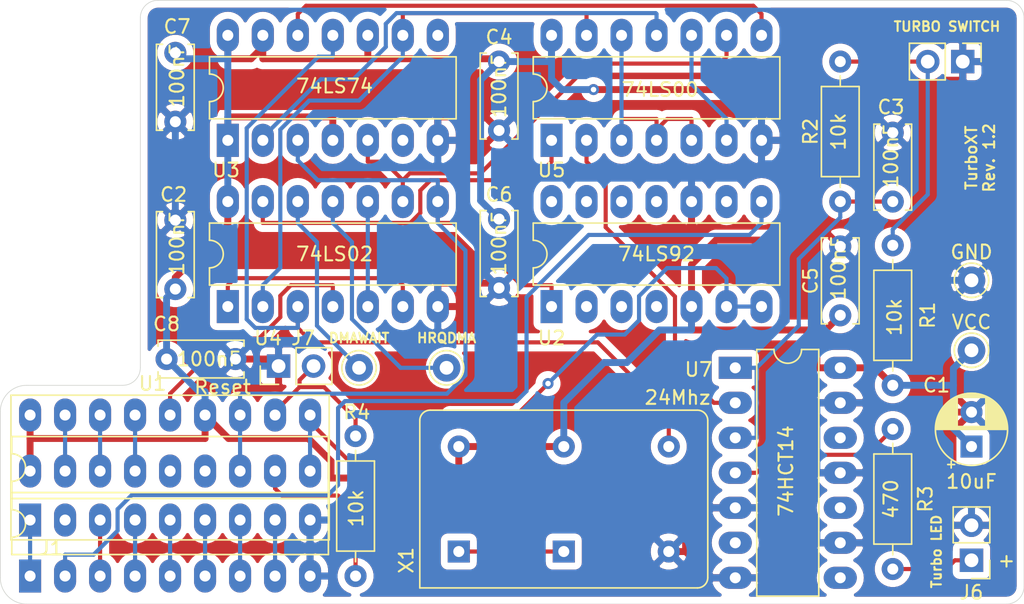
<source format=kicad_pcb>
(kicad_pcb (version 20171130) (host pcbnew 5.1.10-1.fc34)
  (layers (0 F.Cu signal) (31 B.Cu signal) (34 B.Paste user) (35 F.Paste user) (36 B.SilkS user) (37 F.SilkS user) (38 B.Mask user) (39 F.Mask user) (44 Edge.Cuts user))
  (net 0 "")
  (net 1 GND)
  (net 2 VCC)
  (net 3 "Net-(C3-Pad1)")
  (net 4 /X1)
  (net 5 /CLK)
  (net 6 /X2)
  (net 7 /~AEN2)
  (net 8 /~ASYNC)
  (net 9 /RDY2)
  (net 10 /READY)
  (net 11 /RDY1)
  (net 12 /OSC)
  (net 13 /~AEN1)
  (net 14 /~RES)
  (net 15 /PCLK)
  (net 16 /RESET)
  (net 17 /CSYNC)
  (net 18 /HRQDMA)
  (net 19 /DMAWAIT)
  (net 20 "Net-(J6-Pad1)")
  (net 21 "Net-(R1-Pad2)")
  (net 22 /TURBO)
  (net 23 /EFI)
  (net 24 "Net-(U3-Pad12)")
  (net 25 "Net-(U3-Pad5)")
  (net 26 /TURBO_OSC)
  (net 27 "Net-(U3-Pad9)")
  (net 28 "Net-(U3-Pad2)")
  (net 29 "Net-(U4-Pad13)")
  (net 30 "Net-(U4-Pad1)")
  (net 31 "Net-(U4-Pad10)")
  (net 32 /TRB_ENA)
  (net 33 "Net-(U5-Pad12)")
  (net 34 "Net-(X1-Pad1)")
  (net 35 "Net-(R3-Pad1)")
  (net 36 "Net-(J1-Pad11)")
  (module Resistor_THT:R_Axial_DIN0207_L6.3mm_D2.5mm_P10.16mm_Horizontal (layer F.Cu) (at 72.136 105.918 90)
    (fp_text reference R4 (at 11.892 0.09 180) (layer F.SilkS))
    (fp_text value 10k (at 4.916 0.046 90) (layer F.SilkS))
    (pad 2 thru_hole oval (at 10.16 0 90) (size 1.6 1.6) (drill 0.8) (layers *.Cu *.Mask) (net 14 /~RES))
    (pad 1 thru_hole circle (at 0 0 90) (size 1.6 1.6) (drill 0.8) (layers *.Cu *.Mask) (net 36 "Net-(J1-Pad11)"))
  )
  (module Connector_PinHeader_2.54mm:PinHeader_1x02_P2.54mm_Vertical (layer F.Cu) (at 66.548 90.678 90)
    (fp_text reference J7 (at 2.032 1.778 180) (layer F.SilkS))
    (fp_text value Reset (at -1.524 -4.064 180) (layer F.SilkS))
    (pad 2 thru_hole oval (at 0 2.54 90) (size 1.7 1.7) (drill 1) (layers *.Cu *.Mask) (net 14 /~RES))
    (pad 1 thru_hole rect (at 0 0 90) (size 1.7 1.7) (drill 1) (layers *.Cu *.Mask) (net 1 GND))
  )
  (module ISA_DualUART:Oscillator_DIP-14-8 (layer F.Cu) (at 79.629 104.14)
    (fp_text reference X1 (at -3.81 0.635 90) (layer F.SilkS))
    (fp_text value 24Mhz (at 15.875 -11.176) (layer F.SilkS))
    (pad 1 thru_hole rect (at 7.62 0) (size 1.6 1.6) (drill 0.8) (layers *.Cu *.Mask) (net 34 "Net-(X1-Pad1)"))
    (pad 14 thru_hole circle (at 7.62 -7.62) (size 1.6 1.6) (drill 0.8) (layers *.Cu *.Mask) (net 2 VCC))
    (pad 7 thru_hole circle (at 15.24 0) (size 1.6 1.6) (drill 0.8) (layers *.Cu *.Mask) (net 1 GND))
    (pad 8 thru_hole circle (at 15.24 -7.62) (size 1.6 1.6) (drill 0.8) (layers *.Cu *.Mask) (net 26 /TURBO_OSC))
    (pad 14 thru_hole circle (at 0 -7.62) (size 1.6 1.6) (drill 0.8) (layers *.Cu *.Mask) (net 2 VCC))
    (pad 1 thru_hole rect (at 0 0) (size 1.6 1.6) (drill 0.8) (layers *.Cu *.Mask) (net 34 "Net-(X1-Pad1)"))
  )
  (module Package_DIP:DIP-14_W7.62mm_LongPads (layer F.Cu) (at 99.695 90.805)
    (fp_text reference U7 (at -2.667 0.127) (layer F.SilkS))
    (fp_text value 74HCT14 (at 3.683 7.493 270) (layer F.SilkS))
    (pad 1 thru_hole rect (at 0 0) (size 2.4 1.6) (drill 0.8) (layers *.Cu *.Mask) (net 3 "Net-(C3-Pad1)"))
    (pad 8 thru_hole oval (at 7.62 15.24) (size 2.4 1.6) (drill 0.8) (layers *.Cu *.Mask))
    (pad 2 thru_hole oval (at 0 2.54) (size 2.4 1.6) (drill 0.8) (layers *.Cu *.Mask) (net 22 /TURBO))
    (pad 9 thru_hole oval (at 7.62 12.7) (size 2.4 1.6) (drill 0.8) (layers *.Cu *.Mask) (net 1 GND))
    (pad 3 thru_hole oval (at 0 5.08) (size 2.4 1.6) (drill 0.8) (layers *.Cu *.Mask) (net 3 "Net-(C3-Pad1)"))
    (pad 10 thru_hole oval (at 7.62 10.16) (size 2.4 1.6) (drill 0.8) (layers *.Cu *.Mask))
    (pad 4 thru_hole oval (at 0 7.62) (size 2.4 1.6) (drill 0.8) (layers *.Cu *.Mask) (net 35 "Net-(R3-Pad1)"))
    (pad 11 thru_hole oval (at 7.62 7.62) (size 2.4 1.6) (drill 0.8) (layers *.Cu *.Mask) (net 1 GND))
    (pad 5 thru_hole oval (at 0 10.16) (size 2.4 1.6) (drill 0.8) (layers *.Cu *.Mask) (net 1 GND))
    (pad 12 thru_hole oval (at 7.62 5.08) (size 2.4 1.6) (drill 0.8) (layers *.Cu *.Mask))
    (pad 6 thru_hole oval (at 0 12.7) (size 2.4 1.6) (drill 0.8) (layers *.Cu *.Mask))
    (pad 13 thru_hole oval (at 7.62 2.54) (size 2.4 1.6) (drill 0.8) (layers *.Cu *.Mask) (net 1 GND))
    (pad 7 thru_hole oval (at 0 15.24) (size 2.4 1.6) (drill 0.8) (layers *.Cu *.Mask) (net 1 GND))
    (pad 14 thru_hole oval (at 7.62 0) (size 2.4 1.6) (drill 0.8) (layers *.Cu *.Mask) (net 2 VCC))
  )
  (module Package_DIP:DIP-14_W7.62mm_LongPads (layer F.Cu) (at 86.36 74.295 90)
    (fp_text reference U5 (at -2.159 0) (layer F.SilkS))
    (fp_text value 74LS00 (at 3.683 7.874) (layer F.SilkS))
    (pad 14 thru_hole oval (at 7.62 0 90) (size 2.4 1.6) (drill 0.8) (layers *.Cu *.Mask) (net 2 VCC))
    (pad 7 thru_hole oval (at 0 15.24 90) (size 2.4 1.6) (drill 0.8) (layers *.Cu *.Mask) (net 1 GND))
    (pad 13 thru_hole oval (at 7.62 2.54 90) (size 2.4 1.6) (drill 0.8) (layers *.Cu *.Mask) (net 27 "Net-(U3-Pad9)"))
    (pad 6 thru_hole oval (at 0 12.7 90) (size 2.4 1.6) (drill 0.8) (layers *.Cu *.Mask) (net 32 /TRB_ENA))
    (pad 12 thru_hole oval (at 7.62 5.08 90) (size 2.4 1.6) (drill 0.8) (layers *.Cu *.Mask) (net 33 "Net-(U5-Pad12)"))
    (pad 5 thru_hole oval (at 0 10.16 90) (size 2.4 1.6) (drill 0.8) (layers *.Cu *.Mask) (net 33 "Net-(U5-Pad12)"))
    (pad 11 thru_hole oval (at 7.62 7.62 90) (size 2.4 1.6) (drill 0.8) (layers *.Cu *.Mask) (net 28 "Net-(U3-Pad2)"))
    (pad 4 thru_hole oval (at 0 7.62 90) (size 2.4 1.6) (drill 0.8) (layers *.Cu *.Mask) (net 33 "Net-(U5-Pad12)"))
    (pad 10 thru_hole oval (at 7.62 10.16 90) (size 2.4 1.6) (drill 0.8) (layers *.Cu *.Mask) (net 32 /TRB_ENA))
    (pad 3 thru_hole oval (at 0 5.08 90) (size 2.4 1.6) (drill 0.8) (layers *.Cu *.Mask) (net 33 "Net-(U5-Pad12)"))
    (pad 9 thru_hole oval (at 7.62 12.7 90) (size 2.4 1.6) (drill 0.8) (layers *.Cu *.Mask) (net 25 "Net-(U3-Pad5)"))
    (pad 2 thru_hole oval (at 0 2.54 90) (size 2.4 1.6) (drill 0.8) (layers *.Cu *.Mask) (net 22 /TURBO))
    (pad 8 thru_hole oval (at 7.62 15.24 90) (size 2.4 1.6) (drill 0.8) (layers *.Cu *.Mask) (net 24 "Net-(U3-Pad12)"))
    (pad 1 thru_hole rect (at 0 0 90) (size 2.4 1.6) (drill 0.8) (layers *.Cu *.Mask) (net 29 "Net-(U4-Pad13)"))
  )
  (module Package_DIP:DIP-14_W7.62mm_LongPads (layer F.Cu) (at 62.865 86.36 90)
    (fp_text reference U4 (at -2.286 2.921) (layer F.SilkS))
    (fp_text value 74LS02 (at 3.81 7.747 180) (layer F.SilkS))
    (pad 14 thru_hole oval (at 7.62 0 90) (size 2.4 1.6) (drill 0.8) (layers *.Cu *.Mask) (net 2 VCC))
    (pad 7 thru_hole oval (at 0 15.24 90) (size 2.4 1.6) (drill 0.8) (layers *.Cu *.Mask) (net 1 GND))
    (pad 13 thru_hole oval (at 7.62 2.54 90) (size 2.4 1.6) (drill 0.8) (layers *.Cu *.Mask) (net 29 "Net-(U4-Pad13)"))
    (pad 6 thru_hole oval (at 0 12.7 90) (size 2.4 1.6) (drill 0.8) (layers *.Cu *.Mask) (net 30 "Net-(U4-Pad1)"))
    (pad 12 thru_hole oval (at 7.62 5.08 90) (size 2.4 1.6) (drill 0.8) (layers *.Cu *.Mask) (net 19 /DMAWAIT))
    (pad 5 thru_hole oval (at 0 10.16 90) (size 2.4 1.6) (drill 0.8) (layers *.Cu *.Mask) (net 31 "Net-(U4-Pad10)"))
    (pad 11 thru_hole oval (at 7.62 7.62 90) (size 2.4 1.6) (drill 0.8) (layers *.Cu *.Mask) (net 18 /HRQDMA))
    (pad 4 thru_hole oval (at 0 7.62 90) (size 2.4 1.6) (drill 0.8) (layers *.Cu *.Mask) (net 23 /EFI))
    (pad 10 thru_hole oval (at 7.62 10.16 90) (size 2.4 1.6) (drill 0.8) (layers *.Cu *.Mask) (net 31 "Net-(U4-Pad10)"))
    (pad 3 thru_hole oval (at 0 5.08 90) (size 2.4 1.6) (drill 0.8) (layers *.Cu *.Mask) (net 26 /TURBO_OSC))
    (pad 9 thru_hole oval (at 7.62 12.7 90) (size 2.4 1.6) (drill 0.8) (layers *.Cu *.Mask) (net 25 "Net-(U3-Pad5)"))
    (pad 2 thru_hole oval (at 0 2.54 90) (size 2.4 1.6) (drill 0.8) (layers *.Cu *.Mask) (net 27 "Net-(U3-Pad9)"))
    (pad 8 thru_hole oval (at 7.62 15.24 90) (size 2.4 1.6) (drill 0.8) (layers *.Cu *.Mask) (net 12 /OSC))
    (pad 1 thru_hole rect (at 0 0 90) (size 2.4 1.6) (drill 0.8) (layers *.Cu *.Mask) (net 30 "Net-(U4-Pad1)"))
  )
  (module Package_DIP:DIP-14_W7.62mm_LongPads (layer F.Cu) (at 62.865 74.295 90)
    (fp_text reference U3 (at -2.159 -0.127) (layer F.SilkS))
    (fp_text value 74LS74 (at 3.937 7.747) (layer F.SilkS))
    (pad 1 thru_hole rect (at 0 0 90) (size 2.4 1.6) (drill 0.8) (layers *.Cu *.Mask) (net 2 VCC))
    (pad 8 thru_hole oval (at 7.62 15.24 90) (size 2.4 1.6) (drill 0.8) (layers *.Cu *.Mask))
    (pad 2 thru_hole oval (at 0 2.54 90) (size 2.4 1.6) (drill 0.8) (layers *.Cu *.Mask) (net 28 "Net-(U3-Pad2)"))
    (pad 9 thru_hole oval (at 7.62 12.7 90) (size 2.4 1.6) (drill 0.8) (layers *.Cu *.Mask) (net 27 "Net-(U3-Pad9)"))
    (pad 3 thru_hole oval (at 0 5.08 90) (size 2.4 1.6) (drill 0.8) (layers *.Cu *.Mask) (net 12 /OSC))
    (pad 10 thru_hole oval (at 7.62 10.16 90) (size 2.4 1.6) (drill 0.8) (layers *.Cu *.Mask) (net 2 VCC))
    (pad 4 thru_hole oval (at 0 7.62 90) (size 2.4 1.6) (drill 0.8) (layers *.Cu *.Mask) (net 2 VCC))
    (pad 11 thru_hole oval (at 7.62 7.62 90) (size 2.4 1.6) (drill 0.8) (layers *.Cu *.Mask) (net 26 /TURBO_OSC))
    (pad 5 thru_hole oval (at 0 10.16 90) (size 2.4 1.6) (drill 0.8) (layers *.Cu *.Mask) (net 25 "Net-(U3-Pad5)"))
    (pad 12 thru_hole oval (at 7.62 5.08 90) (size 2.4 1.6) (drill 0.8) (layers *.Cu *.Mask) (net 24 "Net-(U3-Pad12)"))
    (pad 6 thru_hole oval (at 0 12.7 90) (size 2.4 1.6) (drill 0.8) (layers *.Cu *.Mask))
    (pad 13 thru_hole oval (at 7.62 2.54 90) (size 2.4 1.6) (drill 0.8) (layers *.Cu *.Mask) (net 2 VCC))
    (pad 7 thru_hole oval (at 0 15.24 90) (size 2.4 1.6) (drill 0.8) (layers *.Cu *.Mask) (net 1 GND))
    (pad 14 thru_hole oval (at 7.62 0 90) (size 2.4 1.6) (drill 0.8) (layers *.Cu *.Mask) (net 2 VCC))
  )
  (module Package_DIP:DIP-14_W7.62mm_LongPads (layer F.Cu) (at 86.36 86.36 90)
    (fp_text reference U2 (at -2.286 0) (layer F.SilkS))
    (fp_text value 74LS92 (at 3.81 7.62 180) (layer F.SilkS))
    (pad 1 thru_hole rect (at 0 0 90) (size 2.4 1.6) (drill 0.8) (layers *.Cu *.Mask) (net 12 /OSC))
    (pad 8 thru_hole oval (at 7.62 15.24 90) (size 2.4 1.6) (drill 0.8) (layers *.Cu *.Mask) (net 15 /PCLK))
    (pad 2 thru_hole oval (at 0 2.54 90) (size 2.4 1.6) (drill 0.8) (layers *.Cu *.Mask))
    (pad 9 thru_hole oval (at 7.62 12.7 90) (size 2.4 1.6) (drill 0.8) (layers *.Cu *.Mask))
    (pad 3 thru_hole oval (at 0 5.08 90) (size 2.4 1.6) (drill 0.8) (layers *.Cu *.Mask))
    (pad 10 thru_hole oval (at 7.62 10.16 90) (size 2.4 1.6) (drill 0.8) (layers *.Cu *.Mask) (net 1 GND))
    (pad 4 thru_hole oval (at 0 7.62 90) (size 2.4 1.6) (drill 0.8) (layers *.Cu *.Mask))
    (pad 11 thru_hole oval (at 7.62 7.62 90) (size 2.4 1.6) (drill 0.8) (layers *.Cu *.Mask))
    (pad 5 thru_hole oval (at 0 10.16 90) (size 2.4 1.6) (drill 0.8) (layers *.Cu *.Mask) (net 2 VCC))
    (pad 12 thru_hole oval (at 7.62 5.08 90) (size 2.4 1.6) (drill 0.8) (layers *.Cu *.Mask))
    (pad 6 thru_hole oval (at 0 12.7 90) (size 2.4 1.6) (drill 0.8) (layers *.Cu *.Mask) (net 16 /RESET))
    (pad 13 thru_hole oval (at 7.62 2.54 90) (size 2.4 1.6) (drill 0.8) (layers *.Cu *.Mask))
    (pad 7 thru_hole oval (at 0 15.24 90) (size 2.4 1.6) (drill 0.8) (layers *.Cu *.Mask) (net 16 /RESET))
    (pad 14 thru_hole oval (at 7.62 0 90) (size 2.4 1.6) (drill 0.8) (layers *.Cu *.Mask))
  )
  (module Package_DIP:DIP-18_W7.62mm_Socket_LongPads (layer F.Cu) (at 48.514 101.854 90)
    (fp_text reference U1 (at 9.906 8.89 180) (layer F.SilkS))
    (fp_text value 8284)
    (pad 1 thru_hole rect (at 0 0 90) (size 2.4 1.6) (drill 0.8) (layers *.Cu *.Mask) (net 17 /CSYNC))
    (pad 10 thru_hole oval (at 7.62 20.32 90) (size 2.4 1.6) (drill 0.8) (layers *.Cu *.Mask) (net 16 /RESET))
    (pad 2 thru_hole oval (at 0 2.54 90) (size 2.4 1.6) (drill 0.8) (layers *.Cu *.Mask))
    (pad 11 thru_hole oval (at 7.62 17.78 90) (size 2.4 1.6) (drill 0.8) (layers *.Cu *.Mask) (net 14 /~RES))
    (pad 3 thru_hole oval (at 0 5.08 90) (size 2.4 1.6) (drill 0.8) (layers *.Cu *.Mask) (net 13 /~AEN1))
    (pad 12 thru_hole oval (at 7.62 15.24 90) (size 2.4 1.6) (drill 0.8) (layers *.Cu *.Mask) (net 12 /OSC))
    (pad 4 thru_hole oval (at 0 7.62 90) (size 2.4 1.6) (drill 0.8) (layers *.Cu *.Mask) (net 11 /RDY1))
    (pad 13 thru_hole oval (at 7.62 12.7 90) (size 2.4 1.6) (drill 0.8) (layers *.Cu *.Mask) (net 2 VCC))
    (pad 5 thru_hole oval (at 0 10.16 90) (size 2.4 1.6) (drill 0.8) (layers *.Cu *.Mask) (net 10 /READY))
    (pad 14 thru_hole oval (at 7.62 10.16 90) (size 2.4 1.6) (drill 0.8) (layers *.Cu *.Mask) (net 23 /EFI))
    (pad 6 thru_hole oval (at 0 12.7 90) (size 2.4 1.6) (drill 0.8) (layers *.Cu *.Mask) (net 9 /RDY2))
    (pad 15 thru_hole oval (at 7.62 7.62 90) (size 2.4 1.6) (drill 0.8) (layers *.Cu *.Mask) (net 8 /~ASYNC))
    (pad 7 thru_hole oval (at 0 15.24 90) (size 2.4 1.6) (drill 0.8) (layers *.Cu *.Mask) (net 7 /~AEN2))
    (pad 16 thru_hole oval (at 7.62 5.08 90) (size 2.4 1.6) (drill 0.8) (layers *.Cu *.Mask) (net 6 /X2))
    (pad 8 thru_hole oval (at 0 17.78 90) (size 2.4 1.6) (drill 0.8) (layers *.Cu *.Mask) (net 5 /CLK))
    (pad 17 thru_hole oval (at 7.62 2.54 90) (size 2.4 1.6) (drill 0.8) (layers *.Cu *.Mask) (net 4 /X1))
    (pad 9 thru_hole oval (at 0 20.32 90) (size 2.4 1.6) (drill 0.8) (layers *.Cu *.Mask) (net 1 GND))
    (pad 18 thru_hole oval (at 7.62 0 90) (size 2.4 1.6) (drill 0.8) (layers *.Cu *.Mask) (net 2 VCC))
  )
  (module Connector_PinHeader_2.54mm:PinHeader_1x02_P2.54mm_Vertical (layer F.Cu) (at 116.205 68.58 270)
    (fp_text reference SW1 hide)
    (fp_text value "TURBO SWITCH" (at -2.54 1.143 180) (layer F.SilkS) (effects (font (size 0.7 0.7))))
    (pad 2 thru_hole oval (at 0 2.54 270) (size 1.7 1.7) (drill 1) (layers *.Cu *.Mask) (net 21 "Net-(R1-Pad2)"))
    (pad 1 thru_hole rect (at 0 0 270) (size 1.7 1.7) (drill 1) (layers *.Cu *.Mask) (net 1 GND))
  )
  (module Resistor_THT:R_Axial_DIN0207_L6.3mm_D2.5mm_P10.16mm_Horizontal (layer F.Cu) (at 111.125 95.25 270)
    (fp_text reference R3 (at 5.08 -2.37 90) (layer F.SilkS))
    (fp_text value 470 (at 5.08 0.127 90) (layer F.SilkS))
    (pad 2 thru_hole oval (at 10.16 0 270) (size 1.6 1.6) (drill 0.8) (layers *.Cu *.Mask) (net 20 "Net-(J6-Pad1)"))
    (pad 1 thru_hole circle (at 0 0 270) (size 1.6 1.6) (drill 0.8) (layers *.Cu *.Mask) (net 35 "Net-(R3-Pad1)"))
  )
  (module Resistor_THT:R_Axial_DIN0207_L6.3mm_D2.5mm_P10.16mm_Horizontal (layer F.Cu) (at 107.315 68.58 270)
    (fp_text reference R2 (at 5.08 2.159 90) (layer F.SilkS))
    (fp_text value 10k (at 5.08 0.127 90) (layer F.SilkS))
    (pad 2 thru_hole oval (at 10.16 0 270) (size 1.6 1.6) (drill 0.8) (layers *.Cu *.Mask) (net 3 "Net-(C3-Pad1)"))
    (pad 1 thru_hole circle (at 0 0 270) (size 1.6 1.6) (drill 0.8) (layers *.Cu *.Mask) (net 21 "Net-(R1-Pad2)"))
  )
  (module Resistor_THT:R_Axial_DIN0207_L6.3mm_D2.5mm_P10.16mm_Horizontal (layer F.Cu) (at 111.125 92.075 90)
    (fp_text reference R1 (at 5.08 2.54 90) (layer F.SilkS))
    (fp_text value 10k (at 4.953 0.127 90) (layer F.SilkS))
    (pad 2 thru_hole oval (at 10.16 0 90) (size 1.6 1.6) (drill 0.8) (layers *.Cu *.Mask) (net 21 "Net-(R1-Pad2)"))
    (pad 1 thru_hole circle (at 0 0 90) (size 1.6 1.6) (drill 0.8) (layers *.Cu *.Mask) (net 2 VCC))
  )
  (module Connector_PinHeader_2.54mm:PinHeader_1x02_P2.54mm_Vertical (layer F.Cu) (at 116.84 104.775 180)
    (fp_text reference J6 (at 0 -2.33) (layer F.SilkS))
    (fp_text value "Turbo LED" (at 2.54 0.635 90) (layer F.SilkS) (effects (font (size 0.7 0.7))))
    (pad 2 thru_hole oval (at 0 2.54 180) (size 1.7 1.7) (drill 1) (layers *.Cu *.Mask) (net 1 GND))
    (pad 1 thru_hole rect (at 0 0 180) (size 1.7 1.7) (drill 1) (layers *.Cu *.Mask) (net 20 "Net-(J6-Pad1)"))
  )
  (module Connector_Pin:Pin_D1.0mm_L10.0mm (layer F.Cu) (at 116.84 84.455)
    (fp_text reference J5 hide)
    (fp_text value GND (at 0 -2.05) (layer F.SilkS))
    (pad 1 thru_hole circle (at 0 0) (size 2 2) (drill 1) (layers *.Cu *.Mask) (net 1 GND))
  )
  (module Connector_Pin:Pin_D1.0mm_L10.0mm (layer F.Cu) (at 116.84 89.535)
    (fp_text reference J4 hide)
    (fp_text value VCC (at 0 -2.05) (layer F.SilkS))
    (pad 1 thru_hole circle (at 0 0) (size 2 2) (drill 1) (layers *.Cu *.Mask) (net 2 VCC))
  )
  (module Connector_Pin:Pin_D1.0mm_L10.0mm (layer F.Cu) (at 72.39 90.805)
    (fp_text reference J3 hide)
    (fp_text value DMAWAIT (at 0 -2.159) (layer F.SilkS) (effects (font (size 0.7 0.7))))
    (pad 1 thru_hole circle (at 0 0) (size 2 2) (drill 1) (layers *.Cu *.Mask) (net 19 /DMAWAIT))
  )
  (module Connector_Pin:Pin_D1.0mm_L10.0mm (layer F.Cu) (at 78.74 90.805)
    (fp_text reference J2 hide)
    (fp_text value HRQDMA (at 0 -2.159) (layer F.SilkS) (effects (font (size 0.7 0.7))))
    (pad 1 thru_hole circle (at 0 0) (size 2 2) (drill 1) (layers *.Cu *.Mask) (net 18 /HRQDMA))
  )
  (module Package_DIP:DIP-18_W7.62mm_LongPads (layer F.Cu) (at 48.514 105.918 90)
    (fp_text reference J1 (at 2.032 1.524 180) (layer F.SilkS))
    (fp_text value "8284 Socket")
    (pad 1 thru_hole rect (at 0 0 90) (size 2.4 1.6) (drill 0.8) (layers *.Cu *.Mask) (net 17 /CSYNC))
    (pad 10 thru_hole oval (at 7.62 20.32 90) (size 2.4 1.6) (drill 0.8) (layers *.Cu *.Mask) (net 16 /RESET))
    (pad 2 thru_hole oval (at 0 2.54 90) (size 2.4 1.6) (drill 0.8) (layers *.Cu *.Mask) (net 15 /PCLK))
    (pad 11 thru_hole oval (at 7.62 17.78 90) (size 2.4 1.6) (drill 0.8) (layers *.Cu *.Mask) (net 36 "Net-(J1-Pad11)"))
    (pad 3 thru_hole oval (at 0 5.08 90) (size 2.4 1.6) (drill 0.8) (layers *.Cu *.Mask) (net 13 /~AEN1))
    (pad 12 thru_hole oval (at 7.62 15.24 90) (size 2.4 1.6) (drill 0.8) (layers *.Cu *.Mask) (net 12 /OSC))
    (pad 4 thru_hole oval (at 0 7.62 90) (size 2.4 1.6) (drill 0.8) (layers *.Cu *.Mask) (net 11 /RDY1))
    (pad 13 thru_hole oval (at 7.62 12.7 90) (size 2.4 1.6) (drill 0.8) (layers *.Cu *.Mask))
    (pad 5 thru_hole oval (at 0 10.16 90) (size 2.4 1.6) (drill 0.8) (layers *.Cu *.Mask) (net 10 /READY))
    (pad 14 thru_hole oval (at 7.62 10.16 90) (size 2.4 1.6) (drill 0.8) (layers *.Cu *.Mask))
    (pad 6 thru_hole oval (at 0 12.7 90) (size 2.4 1.6) (drill 0.8) (layers *.Cu *.Mask) (net 9 /RDY2))
    (pad 15 thru_hole oval (at 7.62 7.62 90) (size 2.4 1.6) (drill 0.8) (layers *.Cu *.Mask) (net 8 /~ASYNC))
    (pad 7 thru_hole oval (at 0 15.24 90) (size 2.4 1.6) (drill 0.8) (layers *.Cu *.Mask) (net 7 /~AEN2))
    (pad 16 thru_hole oval (at 7.62 5.08 90) (size 2.4 1.6) (drill 0.8) (layers *.Cu *.Mask) (net 6 /X2))
    (pad 8 thru_hole oval (at 0 17.78 90) (size 2.4 1.6) (drill 0.8) (layers *.Cu *.Mask) (net 5 /CLK))
    (pad 17 thru_hole oval (at 7.62 2.54 90) (size 2.4 1.6) (drill 0.8) (layers *.Cu *.Mask) (net 4 /X1))
    (pad 9 thru_hole oval (at 0 20.32 90) (size 2.4 1.6) (drill 0.8) (layers *.Cu *.Mask) (net 1 GND))
    (pad 18 thru_hole oval (at 7.62 0 90) (size 2.4 1.6) (drill 0.8) (layers *.Cu *.Mask) (net 2 VCC))
  )
  (module Capacitor_THT:C_Disc_D6.0mm_W2.5mm_P5.00mm (layer F.Cu) (at 58.42 90.17)
    (fp_text reference C8 (at 0 -2.54) (layer F.SilkS))
    (fp_text value 100nF (at 3.048 0) (layer F.SilkS))
    (pad 2 thru_hole circle (at 5 0) (size 1.6 1.6) (drill 0.8) (layers *.Cu *.Mask) (net 1 GND))
    (pad 1 thru_hole circle (at 0 0) (size 1.6 1.6) (drill 0.8) (layers *.Cu *.Mask) (net 2 VCC))
  )
  (module Capacitor_THT:C_Disc_D6.0mm_W2.5mm_P5.00mm (layer F.Cu) (at 59.055 67.945 270)
    (fp_text reference C7 (at -1.905 -0.127 180) (layer F.SilkS))
    (fp_text value 100nF (at 1.651 -0.127 90) (layer F.SilkS))
    (pad 2 thru_hole circle (at 5 0 270) (size 1.6 1.6) (drill 0.8) (layers *.Cu *.Mask) (net 1 GND))
    (pad 1 thru_hole circle (at 0 0 270) (size 1.6 1.6) (drill 0.8) (layers *.Cu *.Mask) (net 2 VCC))
  )
  (module Capacitor_THT:C_Disc_D6.0mm_W2.5mm_P5.00mm (layer F.Cu) (at 82.55 80.01 270)
    (fp_text reference C6 (at -1.778 0 180) (layer F.SilkS))
    (fp_text value 100nF (at 1.778 0 90) (layer F.SilkS))
    (pad 2 thru_hole circle (at 5 0 270) (size 1.6 1.6) (drill 0.8) (layers *.Cu *.Mask) (net 1 GND))
    (pad 1 thru_hole circle (at 0 0 270) (size 1.6 1.6) (drill 0.8) (layers *.Cu *.Mask) (net 2 VCC))
  )
  (module Capacitor_THT:C_Disc_D6.0mm_W2.5mm_P5.00mm (layer F.Cu) (at 107.315 86.995 90)
    (fp_text reference C5 (at 2.5 -2.159 90) (layer F.SilkS))
    (fp_text value 100nF (at 3.429 -0.127 90) (layer F.SilkS))
    (pad 2 thru_hole circle (at 5 0 90) (size 1.6 1.6) (drill 0.8) (layers *.Cu *.Mask) (net 1 GND))
    (pad 1 thru_hole circle (at 0 0 90) (size 1.6 1.6) (drill 0.8) (layers *.Cu *.Mask) (net 2 VCC))
  )
  (module Capacitor_THT:C_Disc_D6.0mm_W2.5mm_P5.00mm (layer F.Cu) (at 82.55 68.58 270)
    (fp_text reference C4 (at -1.778 0 180) (layer F.SilkS))
    (fp_text value 100nF (at 1.778 0 90) (layer F.SilkS))
    (pad 2 thru_hole circle (at 5 0 270) (size 1.6 1.6) (drill 0.8) (layers *.Cu *.Mask) (net 1 GND))
    (pad 1 thru_hole circle (at 0 0 270) (size 1.6 1.6) (drill 0.8) (layers *.Cu *.Mask) (net 2 VCC))
  )
  (module Capacitor_THT:C_Disc_D6.0mm_W2.5mm_P5.00mm (layer F.Cu) (at 111.125 78.74 90)
    (fp_text reference C3 (at 6.858 -0.127 180) (layer F.SilkS))
    (fp_text value 100nF (at 3.302 -0.127 90) (layer F.SilkS))
    (pad 2 thru_hole circle (at 5 0 90) (size 1.6 1.6) (drill 0.8) (layers *.Cu *.Mask) (net 1 GND))
    (pad 1 thru_hole circle (at 0 0 90) (size 1.6 1.6) (drill 0.8) (layers *.Cu *.Mask) (net 3 "Net-(C3-Pad1)"))
  )
  (module Capacitor_THT:C_Disc_D6.0mm_W2.5mm_P5.00mm (layer F.Cu) (at 59.055 85.09 90)
    (fp_text reference C2 (at 6.858 -0.127 180) (layer F.SilkS))
    (fp_text value 100nF (at 3.302 0.127 90) (layer F.SilkS))
    (pad 2 thru_hole circle (at 5 0 90) (size 1.6 1.6) (drill 0.8) (layers *.Cu *.Mask) (net 1 GND))
    (pad 1 thru_hole circle (at 0 0 90) (size 1.6 1.6) (drill 0.8) (layers *.Cu *.Mask) (net 2 VCC))
  )
  (module Capacitor_THT:CP_Radial_D5.0mm_P2.50mm (layer F.Cu) (at 116.84 96.52 90)
    (fp_text reference C1 (at 4.445 -2.54 180) (layer F.SilkS))
    (fp_text value 10uF (at -2.54 0 180) (layer F.SilkS))
    (pad 2 thru_hole circle (at 2.5 0 90) (size 1.6 1.6) (drill 0.8) (layers *.Cu *.Mask) (net 1 GND))
    (pad 1 thru_hole rect (at 0 0 90) (size 1.6 1.6) (drill 0.8) (layers *.Cu *.Mask) (net 2 VCC))
  )
  (gr_text "TurboXT\nRev. 1.2" (at 117.475 75.565 90) (layer F.SilkS) (effects (font (size 0.8 0.8))))
  (gr_text + (at 119.38 104.775) (layer F.SilkS) (effects (font (size 1 1))))
  (gr_line (start 48.26 92.075) (end 55.245 92.075) (layer Edge.Cuts) (width 0.05))
  (gr_arc (start 57.785 65.405) (end 57.785 64.135) (angle -90) (layer Edge.Cuts) (width 0.05))
  (gr_line (start 56.515 90.805) (end 56.515 65.405) (layer Edge.Cuts) (width 0.05))
  (gr_line (start 119.38 64.135) (end 57.785 64.135) (layer Edge.Cuts) (width 0.05))
  (gr_arc (start 119.38 65.405) (end 120.65 65.405) (angle -90) (layer Edge.Cuts) (width 0.05))
  (gr_line (start 120.65 106.68) (end 120.65 65.405) (layer Edge.Cuts) (width 0.05))
  (gr_arc (start 119.38 106.68) (end 119.38 107.95) (angle -90) (layer Edge.Cuts) (width 0.05))
  (gr_line (start 48.26 107.95) (end 119.38 107.95) (layer Edge.Cuts) (width 0.05))
  (gr_line (start 46.355 93.98) (end 46.355 106.045) (layer Edge.Cuts) (width 0.05))
  (gr_arc (start 55.245 90.805) (end 55.245 92.075) (angle -90) (layer Edge.Cuts) (width 0.05))
  (gr_arc (start 48.26 106.045) (end 46.355 106.045) (angle -90) (layer Edge.Cuts) (width 0.05))
  (gr_arc (start 48.26 93.98) (end 48.26 92.075) (angle -90) (layer Edge.Cuts) (width 0.05))
  (segment (start 116.84 84.455) (end 109.775 84.455) (width 0.5) (layer B.Cu) (net 1))
  (segment (start 109.775 84.455) (end 107.315 81.995) (width 0.5) (layer B.Cu) (net 1))
  (segment (start 116.84 94.02) (end 118.3654 92.4946) (width 0.5) (layer B.Cu) (net 1))
  (segment (start 118.3654 92.4946) (end 118.3654 85.9804) (width 0.5) (layer B.Cu) (net 1))
  (segment (start 118.3654 85.9804) (end 116.84 84.455) (width 0.5) (layer B.Cu) (net 1))
  (segment (start 115.4944 94.02) (end 115.1369 93.6625) (width 0.5) (layer F.Cu) (net 1))
  (segment (start 115.1369 93.6625) (end 109.3328 93.6625) (width 0.5) (layer F.Cu) (net 1))
  (segment (start 109.3328 93.6625) (end 109.0153 93.345) (width 0.5) (layer F.Cu) (net 1))
  (segment (start 116.84 94.02) (end 115.4944 94.02) (width 0.5) (layer F.Cu) (net 1))
  (segment (start 115.4944 94.02) (end 115.4944 99.5391) (width 0.5) (layer F.Cu) (net 1))
  (segment (start 115.4944 99.5391) (end 116.84 100.8847) (width 0.5) (layer F.Cu) (net 1))
  (segment (start 116.84 102.235) (end 116.84 100.8847) (width 0.5) (layer F.Cu) (net 1))
  (segment (start 108.6247 75.9953) (end 101.6 75.9953) (width 0.5) (layer B.Cu) (net 1))
  (segment (start 111.125 73.74) (end 108.8697 75.9953) (width 0.5) (layer B.Cu) (net 1))
  (segment (start 108.8697 75.9953) (end 108.6247 75.9953) (width 0.5) (layer B.Cu) (net 1))
  (segment (start 107.315 81.995) (end 108.6247 80.6853) (width 0.5) (layer B.Cu) (net 1))
  (segment (start 108.6247 80.6853) (end 108.6247 75.9953) (width 0.5) (layer B.Cu) (net 1))
  (segment (start 107.315 103.505) (end 105.6147 103.505) (width 0.5) (layer B.Cu) (net 1))
  (segment (start 103.9249 100.1148) (end 105.6147 101.8047) (width 0.5) (layer B.Cu) (net 1))
  (segment (start 105.6147 101.8047) (end 105.6147 103.505) (width 0.5) (layer B.Cu) (net 1))
  (segment (start 101.3953 100.965) (end 102.2455 100.1148) (width 0.5) (layer B.Cu) (net 1))
  (segment (start 102.2455 100.1148) (end 103.9248 100.1148) (width 0.5) (layer B.Cu) (net 1))
  (segment (start 103.9248 100.1148) (end 103.9249 100.1148) (width 0.5) (layer B.Cu) (net 1))
  (segment (start 105.6147 98.425) (end 103.9249 100.1148) (width 0.5) (layer B.Cu) (net 1))
  (segment (start 105.6147 93.345) (end 105.6147 98.425) (width 0.5) (layer B.Cu) (net 1))
  (segment (start 99.695 100.965) (end 101.3953 100.965) (width 0.5) (layer B.Cu) (net 1))
  (segment (start 97.9947 106.045) (end 96.0897 104.14) (width 0.5) (layer F.Cu) (net 1))
  (segment (start 96.0897 104.14) (end 96.0897 102.87) (width 0.5) (layer F.Cu) (net 1))
  (segment (start 96.0897 102.87) (end 97.9947 100.965) (width 0.5) (layer F.Cu) (net 1))
  (segment (start 99.695 100.965) (end 97.9947 100.965) (width 0.5) (layer F.Cu) (net 1))
  (segment (start 68.834 103.5543) (end 68.834 105.918) (width 0.5) (layer F.Cu) (net 1))
  (segment (start 107.315 93.345) (end 105.6147 93.345) (width 0.5) (layer B.Cu) (net 1))
  (segment (start 116.205 68.58) (end 116.205 69.9303) (width 0.5) (layer F.Cu) (net 1))
  (segment (start 111.125 73.74) (end 114.9347 69.9303) (width 0.5) (layer F.Cu) (net 1))
  (segment (start 114.9347 69.9303) (end 116.205 69.9303) (width 0.5) (layer F.Cu) (net 1))
  (segment (start 107.315 98.425) (end 105.6147 98.425) (width 0.5) (layer B.Cu) (net 1))
  (segment (start 99.695 106.045) (end 97.9947 106.045) (width 0.5) (layer F.Cu) (net 1))
  (segment (start 83.896 77.0397) (end 83.896 83.664) (width 0.5) (layer B.Cu) (net 1))
  (segment (start 83.896 83.664) (end 82.55 85.01) (width 0.5) (layer B.Cu) (net 1))
  (segment (start 82.55 73.58) (end 83.896 74.926) (width 0.5) (layer B.Cu) (net 1))
  (segment (start 83.896 74.926) (end 83.896 77.0397) (width 0.5) (layer B.Cu) (net 1))
  (segment (start 83.896 77.0397) (end 96.52 77.0397) (width 0.5) (layer B.Cu) (net 1))
  (segment (start 78.105 72.5947) (end 77.3547 71.8444) (width 0.5) (layer F.Cu) (net 1))
  (segment (start 77.3547 71.8444) (end 60.1556 71.8444) (width 0.5) (layer F.Cu) (net 1))
  (segment (start 60.1556 71.8444) (end 59.055 72.945) (width 0.5) (layer F.Cu) (net 1))
  (segment (start 101.6 74.295) (end 101.6 75.9953) (width 0.5) (layer B.Cu) (net 1))
  (segment (start 96.52 78.74) (end 96.52 77.0397) (width 0.5) (layer B.Cu) (net 1))
  (segment (start 96.52 77.0397) (end 100.5556 77.0397) (width 0.5) (layer B.Cu) (net 1))
  (segment (start 100.5556 77.0397) (end 101.6 75.9953) (width 0.5) (layer B.Cu) (net 1))
  (segment (start 68.834 101.854) (end 68.834 103.5543) (width 0.5) (layer F.Cu) (net 1))
  (segment (start 59.055 80.09) (end 61.3104 82.3454) (width 0.5) (layer B.Cu) (net 1))
  (segment (start 61.3104 82.3454) (end 61.3104 88.0604) (width 0.5) (layer B.Cu) (net 1))
  (segment (start 61.3104 88.0604) (end 63.42 90.17) (width 0.5) (layer B.Cu) (net 1))
  (segment (start 59.055 72.945) (end 59.055 80.09) (width 0.5) (layer B.Cu) (net 1))
  (segment (start 78.105 86.36) (end 78.105 84.6597) (width 0.5) (layer F.Cu) (net 1))
  (segment (start 82.55 85.01) (end 82.1997 84.6597) (width 0.5) (layer F.Cu) (net 1))
  (segment (start 82.1997 84.6597) (end 78.105 84.6597) (width 0.5) (layer F.Cu) (net 1))
  (segment (start 78.105 74.295) (end 78.105 72.5947) (width 0.5) (layer F.Cu) (net 1))
  (segment (start 82.55 73.58) (end 81.5647 72.5947) (width 0.5) (layer F.Cu) (net 1))
  (segment (start 81.5647 72.5947) (end 78.105 72.5947) (width 0.5) (layer F.Cu) (net 1))
  (segment (start 107.315 93.345) (end 109.0153 93.345) (width 0.5) (layer F.Cu) (net 1))
  (segment (start 66.04 90.17) (end 66.548 90.678) (width 0.5) (layer F.Cu) (net 1))
  (segment (start 63.42 90.17) (end 66.04 90.17) (width 0.5) (layer F.Cu) (net 1))
  (segment (start 92.583 101.854) (end 94.869 104.14) (width 0.5) (layer B.Cu) (net 1))
  (segment (start 68.834 101.854) (end 92.583 101.854) (width 0.5) (layer B.Cu) (net 1))
  (segment (start 94.869 104.14) (end 96.0897 104.14) (width 0.5) (layer F.Cu) (net 1))
  (segment (start 62.865 66.675) (end 62.865 68.3753) (width 0.5) (layer F.Cu) (net 2))
  (segment (start 65.405 67.5251) (end 64.5548 68.3753) (width 0.5) (layer F.Cu) (net 2))
  (segment (start 64.5548 68.3753) (end 62.865 68.3753) (width 0.5) (layer F.Cu) (net 2))
  (segment (start 65.405 67.5251) (end 65.405 68.3753) (width 0.5) (layer F.Cu) (net 2))
  (segment (start 65.405 66.675) (end 65.405 67.5251) (width 0.5) (layer F.Cu) (net 2))
  (segment (start 62.865 68.3753) (end 62.865 74.295) (width 0.5) (layer B.Cu) (net 2))
  (segment (start 59.055 67.945) (end 59.4853 68.3753) (width 0.5) (layer B.Cu) (net 2))
  (segment (start 59.4853 68.3753) (end 62.865 68.3753) (width 0.5) (layer B.Cu) (net 2))
  (segment (start 62.865 66.675) (end 62.865 68.3753) (width 0.5) (layer B.Cu) (net 2))
  (segment (start 105.6147 88.0603) (end 96.52 88.0603) (width 0.5) (layer F.Cu) (net 2))
  (segment (start 107.315 86.995) (end 106.2497 88.0603) (width 0.5) (layer F.Cu) (net 2))
  (segment (start 106.2497 88.0603) (end 105.6147 88.0603) (width 0.5) (layer F.Cu) (net 2))
  (segment (start 105.6147 88.0603) (end 105.6147 90.805) (width 0.5) (layer F.Cu) (net 2))
  (segment (start 107.315 90.805) (end 105.6147 90.805) (width 0.5) (layer F.Cu) (net 2))
  (segment (start 111.125 92.075) (end 109.855 90.805) (width 0.5) (layer F.Cu) (net 2))
  (segment (start 109.855 90.805) (end 107.315 90.805) (width 0.5) (layer F.Cu) (net 2))
  (segment (start 65.405 68.3753) (end 73.025 68.3753) (width 0.5) (layer F.Cu) (net 2))
  (segment (start 48.514 98.298) (end 48.514 95.9343) (width 0.5) (layer F.Cu) (net 2))
  (segment (start 48.514 94.234) (end 48.514 95.9343) (width 0.5) (layer F.Cu) (net 2))
  (segment (start 61.214 95.9343) (end 48.514 95.9343) (width 0.5) (layer F.Cu) (net 2))
  (segment (start 79.629 96.52) (end 87.249 96.52) (width 0.5) (layer F.Cu) (net 2))
  (segment (start 61.214 94.234) (end 61.214 95.9343) (width 0.5) (layer F.Cu) (net 2))
  (segment (start 96.52 86.36) (end 96.52 88.0603) (width 0.5) (layer F.Cu) (net 2))
  (segment (start 62.865 78.74) (end 62.865 80.4403) (width 0.5) (layer F.Cu) (net 2))
  (segment (start 59.055 85.09) (end 59.055 84.2503) (width 0.5) (layer F.Cu) (net 2))
  (segment (start 59.055 84.2503) (end 62.865 80.4403) (width 0.5) (layer F.Cu) (net 2))
  (segment (start 96.52 86.36) (end 96.52 88.0603) (width 0.5) (layer B.Cu) (net 2))
  (segment (start 96.52 88.0603) (end 94.1847 88.0603) (width 0.5) (layer B.Cu) (net 2))
  (segment (start 73.025 66.675) (end 73.025 68.3753) (width 0.5) (layer F.Cu) (net 2))
  (segment (start 73.025 68.3753) (end 82.3453 68.3753) (width 0.5) (layer F.Cu) (net 2))
  (segment (start 82.3453 68.3753) (end 82.55 68.58) (width 0.5) (layer F.Cu) (net 2))
  (segment (start 62.865 74.295) (end 62.865 72.5947) (width 0.5) (layer F.Cu) (net 2))
  (segment (start 70.485 74.295) (end 70.485 72.5947) (width 0.5) (layer F.Cu) (net 2))
  (segment (start 70.485 72.5947) (end 62.865 72.5947) (width 0.5) (layer F.Cu) (net 2))
  (segment (start 62.865 74.295) (end 62.865 78.74) (width 0.5) (layer B.Cu) (net 2))
  (segment (start 115.5263 92.075) (end 111.125 92.075) (width 0.5) (layer B.Cu) (net 2))
  (segment (start 115.5263 92.075) (end 115.5263 90.8487) (width 0.5) (layer B.Cu) (net 2))
  (segment (start 115.5263 90.8487) (end 116.84 89.535) (width 0.5) (layer B.Cu) (net 2))
  (segment (start 116.84 96.52) (end 115.5263 95.2063) (width 0.5) (layer B.Cu) (net 2))
  (segment (start 115.5263 95.2063) (end 115.5263 92.075) (width 0.5) (layer B.Cu) (net 2))
  (segment (start 61.214 94.234) (end 61.214 92.5337) (width 0.5) (layer B.Cu) (net 2))
  (segment (start 58.42 90.17) (end 60.7837 92.5337) (width 0.5) (layer B.Cu) (net 2))
  (segment (start 60.7837 92.5337) (end 61.214 92.5337) (width 0.5) (layer B.Cu) (net 2))
  (segment (start 58.42 90.17) (end 58.42 85.725) (width 0.5) (layer B.Cu) (net 2))
  (segment (start 58.42 85.725) (end 59.055 85.09) (width 0.5) (layer B.Cu) (net 2))
  (segment (start 82.55 80.01) (end 81.2113 78.6713) (width 0.5) (layer B.Cu) (net 2))
  (segment (start 81.2113 78.6713) (end 81.2113 69.9187) (width 0.5) (layer B.Cu) (net 2))
  (segment (start 81.2113 69.9187) (end 82.55 68.58) (width 0.5) (layer B.Cu) (net 2))
  (segment (start 86.36 66.675) (end 86.36 68.3753) (width 0.5) (layer B.Cu) (net 2))
  (segment (start 82.55 68.58) (end 86.1553 68.58) (width 0.5) (layer B.Cu) (net 2))
  (segment (start 86.1553 68.58) (end 86.36 68.3753) (width 0.5) (layer B.Cu) (net 2))
  (segment (start 94.1847 88.0603) (end 91.821 90.424) (width 0.5) (layer B.Cu) (net 2))
  (segment (start 91.821 90.424) (end 90.17 90.424) (width 0.5) (layer B.Cu) (net 2))
  (segment (start 87.249 93.345) (end 87.249 96.52) (width 0.5) (layer B.Cu) (net 2))
  (segment (start 90.17 90.424) (end 87.249 93.345) (width 0.5) (layer B.Cu) (net 2))
  (segment (start 96.52 86.36) (end 96.52 83.312) (width 0.5) (layer F.Cu) (net 2))
  (segment (start 96.52 83.312) (end 98.298 81.534) (width 0.5) (layer F.Cu) (net 2))
  (segment (start 98.298 81.534) (end 102.87 81.534) (width 0.5) (layer F.Cu) (net 2))
  (segment (start 102.87 81.534) (end 104.648 79.756) (width 0.5) (layer F.Cu) (net 2))
  (segment (start 104.648 79.756) (end 104.648 75.104509) (width 0.5) (layer F.Cu) (net 2))
  (segment (start 104.648 75.104509) (end 104.648 72.39) (width 0.5) (layer F.Cu) (net 2))
  (segment (start 104.648 72.39) (end 104.648 71.628) (width 0.5) (layer F.Cu) (net 2))
  (segment (start 104.648 71.628) (end 103.632 70.612) (width 0.5) (layer F.Cu) (net 2))
  (via (at 89.408 70.612) (size 0.8) (drill 0.4) (layers F.Cu B.Cu) (net 2))
  (segment (start 103.632 70.612) (end 89.408 70.612) (width 0.5) (layer F.Cu) (net 2))
  (segment (start 89.408 70.612) (end 87.122 70.612) (width 0.5) (layer B.Cu) (net 2))
  (segment (start 86.36 69.85) (end 86.36 66.675) (width 0.5) (layer B.Cu) (net 2))
  (segment (start 87.122 70.612) (end 86.36 69.85) (width 0.5) (layer B.Cu) (net 2))
  (segment (start 79.629 98.425) (end 79.629 96.52) (width 0.5) (layer F.Cu) (net 2))
  (segment (start 79.248 98.806) (end 79.629 98.425) (width 0.5) (layer F.Cu) (net 2))
  (segment (start 70.358 97.583509) (end 70.358 98.806) (width 0.5) (layer F.Cu) (net 2))
  (segment (start 68.708501 95.93401) (end 70.358 97.583509) (width 0.5) (layer F.Cu) (net 2))
  (segment (start 70.358 98.806) (end 79.248 98.806) (width 0.5) (layer F.Cu) (net 2))
  (segment (start 62.91401 95.93401) (end 68.708501 95.93401) (width 0.5) (layer F.Cu) (net 2))
  (segment (start 61.214 94.234) (end 62.91401 95.93401) (width 0.5) (layer F.Cu) (net 2))
  (segment (start 99.695 95.885) (end 101.2453 95.885) (width 0.3) (layer B.Cu) (net 3))
  (segment (start 101.2453 90.805) (end 101.2453 95.885) (width 0.3) (layer B.Cu) (net 3))
  (segment (start 101.1202 90.805) (end 101.2453 90.805) (width 0.3) (layer B.Cu) (net 3))
  (segment (start 99.695 90.805) (end 101.1202 90.805) (width 0.3) (layer B.Cu) (net 3))
  (segment (start 107.315 78.74) (end 107.315 79.8903) (width 0.3) (layer B.Cu) (net 3))
  (segment (start 107.315 79.8903) (end 104.3047 82.9006) (width 0.3) (layer B.Cu) (net 3))
  (segment (start 104.3047 82.9006) (end 104.3047 87.7456) (width 0.3) (layer B.Cu) (net 3))
  (segment (start 104.3047 87.7456) (end 101.2453 90.805) (width 0.3) (layer B.Cu) (net 3))
  (segment (start 111.125 78.74) (end 107.315 78.74) (width 0.3) (layer F.Cu) (net 3))
  (segment (start 51.054 98.298) (end 51.054 94.234) (width 0.3) (layer B.Cu) (net 4))
  (segment (start 66.294 105.918) (end 66.294 101.854) (width 0.3) (layer B.Cu) (net 5))
  (segment (start 53.594 98.298) (end 53.594 94.234) (width 0.3) (layer B.Cu) (net 6))
  (segment (start 63.754 105.918) (end 63.754 101.854) (width 0.3) (layer B.Cu) (net 7))
  (segment (start 56.134 98.298) (end 56.134 94.234) (width 0.3) (layer B.Cu) (net 8))
  (segment (start 61.214 105.918) (end 61.214 101.854) (width 0.3) (layer B.Cu) (net 9))
  (segment (start 58.674 105.918) (end 58.674 101.854) (width 0.3) (layer B.Cu) (net 10))
  (segment (start 56.134 105.918) (end 56.134 101.854) (width 0.3) (layer B.Cu) (net 11))
  (segment (start 78.105 78.74) (end 78.105 80.2903) (width 0.3) (layer B.Cu) (net 12))
  (segment (start 63.754 94.234) (end 63.754 92.6837) (width 0.3) (layer B.Cu) (net 12))
  (segment (start 63.754 92.6837) (end 78.7712 92.6837) (width 0.3) (layer B.Cu) (net 12))
  (segment (start 78.7712 92.6837) (end 80.1136 91.3413) (width 0.3) (layer B.Cu) (net 12))
  (segment (start 80.1136 91.3413) (end 80.1136 82.2989) (width 0.3) (layer B.Cu) (net 12))
  (segment (start 80.1136 82.2989) (end 78.105 80.2903) (width 0.3) (layer B.Cu) (net 12))
  (segment (start 63.754 98.298) (end 63.754 94.234) (width 0.3) (layer B.Cu) (net 12))
  (segment (start 67.945 75.7452) (end 69.3895 77.1897) (width 0.3) (layer B.Cu) (net 12))
  (segment (start 69.3895 77.1897) (end 78.105 77.1897) (width 0.3) (layer B.Cu) (net 12))
  (segment (start 78.105 78.74) (end 78.105 77.1897) (width 0.3) (layer B.Cu) (net 12))
  (segment (start 67.945 74.295) (end 67.945 75.7452) (width 0.3) (layer B.Cu) (net 12))
  (segment (start 78.105 78.74) (end 78.105 80.2903) (width 0.3) (layer F.Cu) (net 12))
  (segment (start 86.36 86.36) (end 86.36 84.8097) (width 0.3) (layer F.Cu) (net 12))
  (segment (start 86.36 84.8097) (end 84.1747 84.8097) (width 0.3) (layer F.Cu) (net 12))
  (segment (start 84.1747 84.8097) (end 79.6553 80.2903) (width 0.3) (layer F.Cu) (net 12))
  (segment (start 79.6553 80.2903) (end 78.105 80.2903) (width 0.3) (layer F.Cu) (net 12))
  (segment (start 53.594 105.918) (end 53.594 101.854) (width 0.3) (layer F.Cu) (net 13))
  (segment (start 66.294 94.234) (end 66.294 93.98) (width 0.3) (layer F.Cu) (net 14))
  (segment (start 66.294 93.98) (end 68.072 92.202) (width 0.3) (layer F.Cu) (net 14))
  (segment (start 68.072 91.694) (end 69.088 90.678) (width 0.3) (layer F.Cu) (net 14))
  (segment (start 68.072 92.202) (end 68.072 91.694) (width 0.3) (layer F.Cu) (net 14))
  (segment (start 72.136 95.758) (end 72.136 94.488) (width 0.3) (layer F.Cu) (net 14))
  (segment (start 69.85 92.202) (end 68.072 92.202) (width 0.3) (layer F.Cu) (net 14))
  (segment (start 72.136 94.488) (end 69.85 92.202) (width 0.3) (layer F.Cu) (net 14))
  (segment (start 101.6 80.2903) (end 101.6 78.74) (width 0.3) (layer B.Cu) (net 15))
  (segment (start 100.7299 81.1604) (end 101.6 80.2903) (width 0.3) (layer B.Cu) (net 15))
  (segment (start 51.054 105.918) (end 51.054 104.3677) (width 0.3) (layer B.Cu) (net 15))
  (segment (start 51.054 104.3677) (end 53.1226 104.3677) (width 0.3) (layer B.Cu) (net 15))
  (segment (start 53.1226 104.3677) (end 54.864 102.6263) (width 0.3) (layer B.Cu) (net 15))
  (segment (start 71.374 93.218) (end 83.82 93.218) (width 0.3) (layer B.Cu) (net 15))
  (segment (start 54.864 102.6263) (end 54.864 101.0692) (width 0.3) (layer B.Cu) (net 15))
  (segment (start 54.864 101.0692) (end 55.8926 100.0406) (width 0.3) (layer B.Cu) (net 15))
  (segment (start 55.8926 100.0406) (end 70.1394 100.0406) (width 0.3) (layer B.Cu) (net 15))
  (segment (start 70.1394 100.0406) (end 70.866 99.314) (width 0.3) (layer B.Cu) (net 15))
  (segment (start 70.866 93.726) (end 71.374 93.218) (width 0.3) (layer B.Cu) (net 15))
  (segment (start 70.866 99.314) (end 70.866 93.726) (width 0.3) (layer B.Cu) (net 15))
  (segment (start 84.5464 85.672) (end 89.058 81.1604) (width 0.3) (layer B.Cu) (net 15))
  (segment (start 83.82 93.218) (end 84.5464 92.4916) (width 0.3) (layer B.Cu) (net 15))
  (segment (start 89.058 81.1604) (end 100.7299 81.1604) (width 0.3) (layer B.Cu) (net 15))
  (segment (start 84.5464 92.4916) (end 84.5464 85.672) (width 0.3) (layer B.Cu) (net 15))
  (segment (start 68.834 98.298) (end 68.834 94.234) (width 0.3) (layer B.Cu) (net 16))
  (via (at 86.106 91.948) (size 0.8) (drill 0.4) (layers F.Cu B.Cu) (net 16))
  (segment (start 86.106 91.948) (end 89.662 88.392) (width 0.3) (layer B.Cu) (net 16))
  (segment (start 91.674339 88.392) (end 92.71 87.356339) (width 0.3) (layer B.Cu) (net 16))
  (segment (start 89.662 88.392) (end 91.674339 88.392) (width 0.3) (layer B.Cu) (net 16))
  (segment (start 92.71 85.603641) (end 94.747641 83.566) (width 0.3) (layer B.Cu) (net 16))
  (segment (start 92.71 87.356339) (end 92.71 85.603641) (width 0.3) (layer B.Cu) (net 16))
  (segment (start 94.747641 83.566) (end 98.298 83.566) (width 0.3) (layer B.Cu) (net 16))
  (segment (start 99.06 84.328) (end 99.06 86.36) (width 0.3) (layer B.Cu) (net 16))
  (segment (start 98.298 83.566) (end 99.06 84.328) (width 0.3) (layer B.Cu) (net 16))
  (segment (start 101.6 86.36) (end 99.06 86.36) (width 0.3) (layer B.Cu) (net 16))
  (segment (start 68.834 94.234) (end 68.834 94.742) (width 0.3) (layer F.Cu) (net 16))
  (segment (start 68.834 94.742) (end 71.628 97.536) (width 0.3) (layer F.Cu) (net 16))
  (segment (start 71.628 97.536) (end 75.692 97.536) (width 0.3) (layer F.Cu) (net 16))
  (segment (start 75.692 97.536) (end 78.994 94.234) (width 0.3) (layer F.Cu) (net 16))
  (segment (start 83.82 94.234) (end 84.074 93.98) (width 0.3) (layer F.Cu) (net 16))
  (segment (start 78.994 94.234) (end 83.82 94.234) (width 0.3) (layer F.Cu) (net 16))
  (segment (start 84.074 93.98) (end 86.106 91.948) (width 0.3) (layer F.Cu) (net 16))
  (segment (start 48.514 105.918) (end 48.514 101.854) (width 0.3) (layer B.Cu) (net 17))
  (segment (start 70.485 78.74) (end 70.485 80.2903) (width 0.3) (layer B.Cu) (net 18))
  (segment (start 78.74 90.805) (end 75.4068 90.805) (width 0.3) (layer B.Cu) (net 18))
  (segment (start 75.4068 90.805) (end 71.8746 87.2728) (width 0.3) (layer B.Cu) (net 18))
  (segment (start 71.8746 87.2728) (end 71.8746 81.6799) (width 0.3) (layer B.Cu) (net 18))
  (segment (start 71.8746 81.6799) (end 70.485 80.2903) (width 0.3) (layer B.Cu) (net 18))
  (segment (start 67.945 78.74) (end 67.945 80.2903) (width 0.3) (layer B.Cu) (net 19))
  (segment (start 72.39 90.805) (end 69.3346 87.7496) (width 0.3) (layer B.Cu) (net 19))
  (segment (start 69.3346 87.7496) (end 69.3346 81.6799) (width 0.3) (layer B.Cu) (net 19))
  (segment (start 69.3346 81.6799) (end 67.945 80.2903) (width 0.3) (layer B.Cu) (net 19))
  (segment (start 116.84 104.775) (end 115.6397 104.775) (width 0.3) (layer F.Cu) (net 20))
  (segment (start 111.125 105.41) (end 115.0047 105.41) (width 0.3) (layer F.Cu) (net 20))
  (segment (start 115.0047 105.41) (end 115.6397 104.775) (width 0.3) (layer F.Cu) (net 20))
  (segment (start 107.315 68.58) (end 113.665 68.58) (width 0.3) (layer F.Cu) (net 21))
  (segment (start 111.125 81.915) (end 111.125 80.7647) (width 0.3) (layer B.Cu) (net 21))
  (segment (start 111.125 80.7647) (end 113.665 78.2247) (width 0.3) (layer B.Cu) (net 21))
  (segment (start 113.665 78.2247) (end 113.665 68.58) (width 0.3) (layer B.Cu) (net 21))
  (segment (start 88.9 74.295) (end 88.9 75.8453) (width 0.3) (layer F.Cu) (net 22))
  (segment (start 99.695 93.345) (end 98.1447 93.345) (width 0.3) (layer F.Cu) (net 22))
  (segment (start 98.1447 93.345) (end 95.3196 90.5199) (width 0.3) (layer F.Cu) (net 22))
  (segment (start 95.3196 90.5199) (end 95.3196 85.6333) (width 0.3) (layer F.Cu) (net 22))
  (segment (start 95.3196 85.6333) (end 90.2896 80.6033) (width 0.3) (layer F.Cu) (net 22))
  (segment (start 90.2896 80.6033) (end 90.2896 77.2349) (width 0.3) (layer F.Cu) (net 22))
  (segment (start 90.2896 77.2349) (end 88.9 75.8453) (width 0.3) (layer F.Cu) (net 22))
  (segment (start 70.485 86.36) (end 70.485 84.8097) (width 0.3) (layer F.Cu) (net 23))
  (segment (start 58.674 94.234) (end 58.674 92.6837) (width 0.3) (layer F.Cu) (net 23))
  (segment (start 58.674 92.6837) (end 62.6796 88.6781) (width 0.3) (layer F.Cu) (net 23))
  (segment (start 62.6796 88.6781) (end 65.1246 88.6781) (width 0.3) (layer F.Cu) (net 23))
  (segment (start 65.1246 88.6781) (end 66.675 87.1277) (width 0.3) (layer F.Cu) (net 23))
  (segment (start 66.675 87.1277) (end 66.675 85.5771) (width 0.3) (layer F.Cu) (net 23))
  (segment (start 66.675 85.5771) (end 67.4424 84.8097) (width 0.3) (layer F.Cu) (net 23))
  (segment (start 67.4424 84.8097) (end 70.485 84.8097) (width 0.3) (layer F.Cu) (net 23))
  (segment (start 101.6 66.675) (end 101.6 65.1247) (width 0.3) (layer F.Cu) (net 24))
  (segment (start 67.945 66.675) (end 67.945 65.1247) (width 0.3) (layer F.Cu) (net 24))
  (segment (start 67.945 65.1247) (end 68.5406 64.5291) (width 0.3) (layer F.Cu) (net 24))
  (segment (start 68.5406 64.5291) (end 101.0044 64.5291) (width 0.3) (layer F.Cu) (net 24))
  (segment (start 101.0044 64.5291) (end 101.6 65.1247) (width 0.3) (layer F.Cu) (net 24))
  (segment (start 75.565 77.1897) (end 76.0653 76.6894) (width 0.3) (layer F.Cu) (net 25))
  (segment (start 76.0653 76.6894) (end 81.211 76.6894) (width 0.3) (layer F.Cu) (net 25))
  (segment (start 81.211 76.6894) (end 89.1748 68.7256) (width 0.3) (layer F.Cu) (net 25))
  (segment (start 89.1748 68.7256) (end 98.5597 68.7256) (width 0.3) (layer F.Cu) (net 25))
  (segment (start 98.5597 68.7256) (end 99.06 68.2253) (width 0.3) (layer F.Cu) (net 25))
  (segment (start 99.06 66.675) (end 99.06 68.2253) (width 0.3) (layer F.Cu) (net 25))
  (segment (start 75.565 77.3148) (end 75.565 77.1897) (width 0.3) (layer F.Cu) (net 25))
  (segment (start 75.565 78.74) (end 75.565 77.3148) (width 0.3) (layer F.Cu) (net 25))
  (segment (start 73.025 74.295) (end 73.025 75.8453) (width 0.3) (layer F.Cu) (net 25))
  (segment (start 73.025 75.8453) (end 74.2206 75.8453) (width 0.3) (layer F.Cu) (net 25))
  (segment (start 74.2206 75.8453) (end 75.565 77.1897) (width 0.3) (layer F.Cu) (net 25))
  (segment (start 67.945 86.36) (end 67.945 87.9103) (width 0.3) (layer B.Cu) (net 26))
  (segment (start 70.485 66.675) (end 70.485 68.2253) (width 0.3) (layer B.Cu) (net 26))
  (segment (start 70.485 68.2253) (end 69.4192 68.2253) (width 0.3) (layer B.Cu) (net 26))
  (segment (start 69.4192 68.2253) (end 64.2367 73.4078) (width 0.3) (layer B.Cu) (net 26))
  (segment (start 64.2367 73.4078) (end 64.2367 87.2838) (width 0.3) (layer B.Cu) (net 26))
  (segment (start 64.2367 87.2838) (end 64.8632 87.9103) (width 0.3) (layer B.Cu) (net 26))
  (segment (start 64.8632 87.9103) (end 67.945 87.9103) (width 0.3) (layer B.Cu) (net 26))
  (segment (start 94.869 94.107) (end 94.869 96.52) (width 0.3) (layer F.Cu) (net 26))
  (segment (start 89.7205 88.9585) (end 94.869 94.107) (width 0.3) (layer F.Cu) (net 26))
  (segment (start 68.9932 88.9585) (end 89.7205 88.9585) (width 0.3) (layer F.Cu) (net 26))
  (segment (start 67.945 87.9103) (end 68.9932 88.9585) (width 0.3) (layer F.Cu) (net 26))
  (segment (start 67.945 86.36) (end 67.945 87.9103) (width 0.3) (layer F.Cu) (net 26))
  (segment (start 65.405 86.36) (end 65.405 84.8097) (width 0.3) (layer B.Cu) (net 27))
  (segment (start 75.565 66.675) (end 75.565 68.2253) (width 0.3) (layer B.Cu) (net 27))
  (segment (start 75.565 68.2253) (end 72.3838 71.4065) (width 0.3) (layer B.Cu) (net 27))
  (segment (start 72.3838 71.4065) (end 68.7793 71.4065) (width 0.3) (layer B.Cu) (net 27))
  (segment (start 68.7793 71.4065) (end 66.675 73.5108) (width 0.3) (layer B.Cu) (net 27))
  (segment (start 66.675 73.5108) (end 66.675 83.5397) (width 0.3) (layer B.Cu) (net 27))
  (segment (start 66.675 83.5397) (end 65.405 84.8097) (width 0.3) (layer B.Cu) (net 27))
  (segment (start 88.9 66.675) (end 88.9 65.1247) (width 0.3) (layer F.Cu) (net 27))
  (segment (start 75.565 66.675) (end 75.565 65.1247) (width 0.3) (layer F.Cu) (net 27))
  (segment (start 75.565 65.1247) (end 75.6265 65.0632) (width 0.3) (layer F.Cu) (net 27))
  (segment (start 75.6265 65.0632) (end 88.8385 65.0632) (width 0.3) (layer F.Cu) (net 27))
  (segment (start 88.8385 65.0632) (end 88.9 65.1247) (width 0.3) (layer F.Cu) (net 27))
  (segment (start 93.98 65.1247) (end 93.9165 65.0612) (width 0.3) (layer B.Cu) (net 28))
  (segment (start 93.9165 65.0612) (end 75.1068 65.0612) (width 0.3) (layer B.Cu) (net 28))
  (segment (start 75.1068 65.0612) (end 74.3304 65.8376) (width 0.3) (layer B.Cu) (net 28))
  (segment (start 74.3304 65.8376) (end 74.3304 67.5164) (width 0.3) (layer B.Cu) (net 28))
  (segment (start 74.3304 67.5164) (end 71.9853 69.8615) (width 0.3) (layer B.Cu) (net 28))
  (segment (start 71.9853 69.8615) (end 69.6147 69.8615) (width 0.3) (layer B.Cu) (net 28))
  (segment (start 69.6147 69.8615) (end 65.405 74.0712) (width 0.3) (layer B.Cu) (net 28))
  (segment (start 65.405 74.0712) (end 65.405 74.295) (width 0.3) (layer B.Cu) (net 28))
  (segment (start 93.98 66.675) (end 93.98 65.1247) (width 0.3) (layer B.Cu) (net 28))
  (segment (start 86.36 74.295) (end 86.36 75.8453) (width 0.3) (layer F.Cu) (net 29))
  (segment (start 65.405 78.74) (end 65.405 80.2903) (width 0.3) (layer F.Cu) (net 29))
  (segment (start 65.405 80.2903) (end 76.1102 80.2903) (width 0.3) (layer F.Cu) (net 29))
  (segment (start 76.1102 80.2903) (end 76.835 79.5655) (width 0.3) (layer F.Cu) (net 29))
  (segment (start 76.835 79.5655) (end 76.835 77.9321) (width 0.3) (layer F.Cu) (net 29))
  (segment (start 76.835 77.9321) (end 77.5774 77.1897) (width 0.3) (layer F.Cu) (net 29))
  (segment (start 77.5774 77.1897) (end 85.0156 77.1897) (width 0.3) (layer F.Cu) (net 29))
  (segment (start 85.0156 77.1897) (end 86.36 75.8453) (width 0.3) (layer F.Cu) (net 29))
  (segment (start 75.565 86.36) (end 75.565 84.8097) (width 0.3) (layer F.Cu) (net 30))
  (segment (start 62.865 86.36) (end 62.865 84.8097) (width 0.3) (layer F.Cu) (net 30))
  (segment (start 62.865 84.8097) (end 63.377 84.2977) (width 0.3) (layer F.Cu) (net 30))
  (segment (start 63.377 84.2977) (end 75.053 84.2977) (width 0.3) (layer F.Cu) (net 30))
  (segment (start 75.053 84.2977) (end 75.565 84.8097) (width 0.3) (layer F.Cu) (net 30))
  (segment (start 73.025 78.74) (end 73.025 86.36) (width 0.3) (layer B.Cu) (net 31))
  (segment (start 99.06 74.295) (end 99.06 72.7447) (width 0.3) (layer B.Cu) (net 32))
  (segment (start 96.52 66.675) (end 96.52 70.2047) (width 0.3) (layer B.Cu) (net 32))
  (segment (start 96.52 70.2047) (end 99.06 72.7447) (width 0.3) (layer B.Cu) (net 32))
  (segment (start 91.44 74.295) (end 91.44 66.675) (width 0.3) (layer B.Cu) (net 33))
  (segment (start 96.52 74.295) (end 96.52 72.7447) (width 0.3) (layer F.Cu) (net 33))
  (segment (start 93.98 73.5198) (end 94.7551 72.7447) (width 0.3) (layer F.Cu) (net 33))
  (segment (start 94.7551 72.7447) (end 96.52 72.7447) (width 0.3) (layer F.Cu) (net 33))
  (segment (start 93.98 73.5198) (end 93.98 72.7447) (width 0.3) (layer F.Cu) (net 33))
  (segment (start 93.98 74.295) (end 93.98 73.5198) (width 0.3) (layer F.Cu) (net 33))
  (segment (start 91.44 74.295) (end 91.44 72.7447) (width 0.3) (layer F.Cu) (net 33))
  (segment (start 91.44 72.7447) (end 93.98 72.7447) (width 0.3) (layer F.Cu) (net 33))
  (segment (start 79.629 104.14) (end 87.249 104.14) (width 0.3) (layer F.Cu) (net 34))
  (segment (start 99.695 98.425) (end 101.2453 98.425) (width 0.3) (layer F.Cu) (net 35))
  (segment (start 111.125 95.25) (end 109.2553 97.1197) (width 0.3) (layer F.Cu) (net 35))
  (segment (start 109.2553 97.1197) (end 102.5506 97.1197) (width 0.3) (layer F.Cu) (net 35))
  (segment (start 102.5506 97.1197) (end 101.2453 98.425) (width 0.3) (layer F.Cu) (net 35))
  (segment (start 72.136 105.918) (end 72.136 101.346) (width 0.3) (layer F.Cu) (net 36))
  (segment (start 72.136 101.346) (end 70.866 100.076) (width 0.3) (layer F.Cu) (net 36))
  (segment (start 70.866 100.076) (end 66.802 100.076) (width 0.3) (layer F.Cu) (net 36))
  (segment (start 66.294 99.568) (end 66.294 98.298) (width 0.3) (layer F.Cu) (net 36))
  (segment (start 66.802 100.076) (end 66.294 99.568) (width 0.3) (layer F.Cu) (net 36))
  (zone (net 1) (net_name GND) (layer B.Cu) (connect_pads (clearance 0.508)) (min_thickness 0.254) (fill yes (arc_segments 32) (thermal_gap 0.508) (thermal_bridge_width 0.508))
    (polygon (pts (xy 120.65 107.95) (xy 46.355 107.95) (xy 46.355 64.135) (xy 120.65 64.135)))
  )
  (zone (net 1) (net_name GND) (layer F.Cu) (connect_pads (clearance 0.508)) (min_thickness 0.254) (fill yes (arc_segments 32) (thermal_gap 0.508) (thermal_bridge_width 0.508))
    (polygon (pts (xy 120.65 107.95) (xy 46.355 107.95) (xy 46.355 64.135) (xy 120.65 64.135)))
  )
)
</source>
